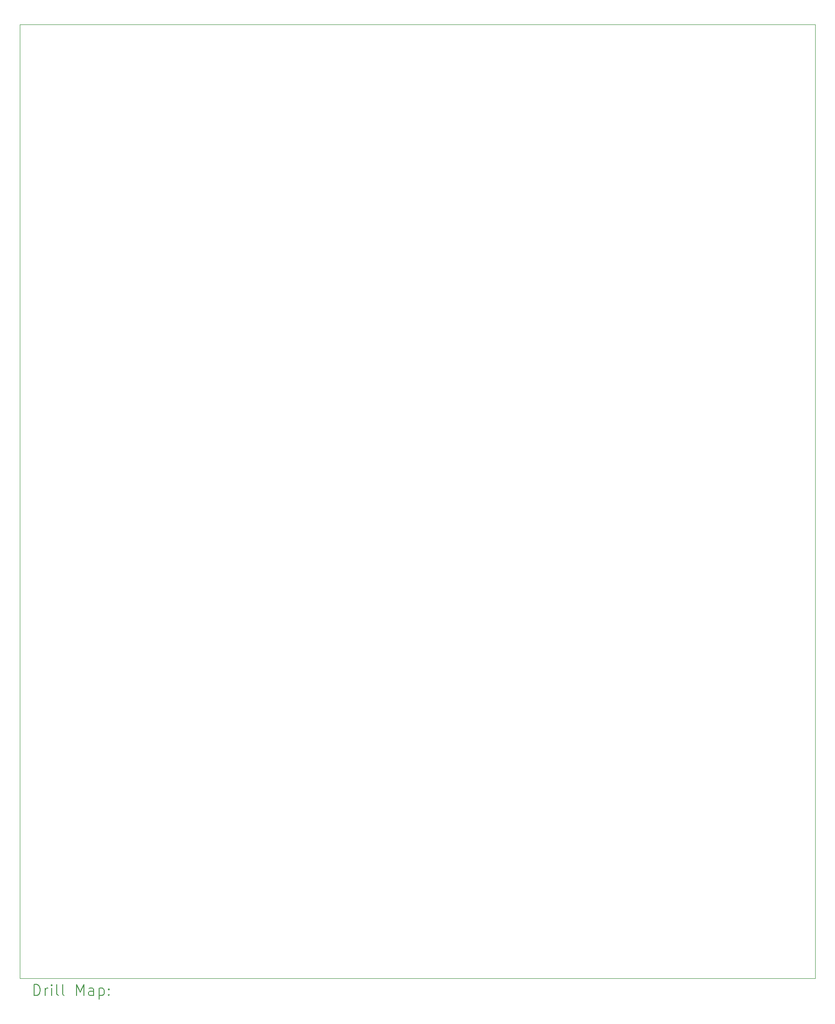
<source format=gbr>
%TF.GenerationSoftware,KiCad,Pcbnew,9.0.0*%
%TF.CreationDate,2025-03-15T21:38:48+01:00*%
%TF.ProjectId,DMH_Dual_VCF_Diode_Ladder_Mk2_PCB_1,444d485f-4475-4616-9c5f-5643465f4469,1*%
%TF.SameCoordinates,Original*%
%TF.FileFunction,Drillmap*%
%TF.FilePolarity,Positive*%
%FSLAX45Y45*%
G04 Gerber Fmt 4.5, Leading zero omitted, Abs format (unit mm)*
G04 Created by KiCad (PCBNEW 9.0.0) date 2025-03-15 21:38:48*
%MOMM*%
%LPD*%
G01*
G04 APERTURE LIST*
%ADD10C,0.050000*%
%ADD11C,0.200000*%
G04 APERTURE END LIST*
D10*
X2700000Y-4250000D02*
X17300000Y-4250000D01*
X17300000Y-21750000D01*
X2700000Y-21750000D01*
X2700000Y-4250000D01*
D11*
X2958277Y-22063984D02*
X2958277Y-21863984D01*
X2958277Y-21863984D02*
X3005896Y-21863984D01*
X3005896Y-21863984D02*
X3034467Y-21873508D01*
X3034467Y-21873508D02*
X3053515Y-21892555D01*
X3053515Y-21892555D02*
X3063039Y-21911603D01*
X3063039Y-21911603D02*
X3072562Y-21949698D01*
X3072562Y-21949698D02*
X3072562Y-21978270D01*
X3072562Y-21978270D02*
X3063039Y-22016365D01*
X3063039Y-22016365D02*
X3053515Y-22035412D01*
X3053515Y-22035412D02*
X3034467Y-22054460D01*
X3034467Y-22054460D02*
X3005896Y-22063984D01*
X3005896Y-22063984D02*
X2958277Y-22063984D01*
X3158277Y-22063984D02*
X3158277Y-21930650D01*
X3158277Y-21968746D02*
X3167801Y-21949698D01*
X3167801Y-21949698D02*
X3177324Y-21940174D01*
X3177324Y-21940174D02*
X3196372Y-21930650D01*
X3196372Y-21930650D02*
X3215420Y-21930650D01*
X3282086Y-22063984D02*
X3282086Y-21930650D01*
X3282086Y-21863984D02*
X3272562Y-21873508D01*
X3272562Y-21873508D02*
X3282086Y-21883031D01*
X3282086Y-21883031D02*
X3291610Y-21873508D01*
X3291610Y-21873508D02*
X3282086Y-21863984D01*
X3282086Y-21863984D02*
X3282086Y-21883031D01*
X3405896Y-22063984D02*
X3386848Y-22054460D01*
X3386848Y-22054460D02*
X3377324Y-22035412D01*
X3377324Y-22035412D02*
X3377324Y-21863984D01*
X3510658Y-22063984D02*
X3491610Y-22054460D01*
X3491610Y-22054460D02*
X3482086Y-22035412D01*
X3482086Y-22035412D02*
X3482086Y-21863984D01*
X3739229Y-22063984D02*
X3739229Y-21863984D01*
X3739229Y-21863984D02*
X3805896Y-22006841D01*
X3805896Y-22006841D02*
X3872562Y-21863984D01*
X3872562Y-21863984D02*
X3872562Y-22063984D01*
X4053515Y-22063984D02*
X4053515Y-21959222D01*
X4053515Y-21959222D02*
X4043991Y-21940174D01*
X4043991Y-21940174D02*
X4024943Y-21930650D01*
X4024943Y-21930650D02*
X3986848Y-21930650D01*
X3986848Y-21930650D02*
X3967801Y-21940174D01*
X4053515Y-22054460D02*
X4034467Y-22063984D01*
X4034467Y-22063984D02*
X3986848Y-22063984D01*
X3986848Y-22063984D02*
X3967801Y-22054460D01*
X3967801Y-22054460D02*
X3958277Y-22035412D01*
X3958277Y-22035412D02*
X3958277Y-22016365D01*
X3958277Y-22016365D02*
X3967801Y-21997317D01*
X3967801Y-21997317D02*
X3986848Y-21987793D01*
X3986848Y-21987793D02*
X4034467Y-21987793D01*
X4034467Y-21987793D02*
X4053515Y-21978270D01*
X4148753Y-21930650D02*
X4148753Y-22130650D01*
X4148753Y-21940174D02*
X4167801Y-21930650D01*
X4167801Y-21930650D02*
X4205896Y-21930650D01*
X4205896Y-21930650D02*
X4224944Y-21940174D01*
X4224944Y-21940174D02*
X4234467Y-21949698D01*
X4234467Y-21949698D02*
X4243991Y-21968746D01*
X4243991Y-21968746D02*
X4243991Y-22025889D01*
X4243991Y-22025889D02*
X4234467Y-22044936D01*
X4234467Y-22044936D02*
X4224944Y-22054460D01*
X4224944Y-22054460D02*
X4205896Y-22063984D01*
X4205896Y-22063984D02*
X4167801Y-22063984D01*
X4167801Y-22063984D02*
X4148753Y-22054460D01*
X4329705Y-22044936D02*
X4339229Y-22054460D01*
X4339229Y-22054460D02*
X4329705Y-22063984D01*
X4329705Y-22063984D02*
X4320182Y-22054460D01*
X4320182Y-22054460D02*
X4329705Y-22044936D01*
X4329705Y-22044936D02*
X4329705Y-22063984D01*
X4329705Y-21940174D02*
X4339229Y-21949698D01*
X4339229Y-21949698D02*
X4329705Y-21959222D01*
X4329705Y-21959222D02*
X4320182Y-21949698D01*
X4320182Y-21949698D02*
X4329705Y-21940174D01*
X4329705Y-21940174D02*
X4329705Y-21959222D01*
M02*

</source>
